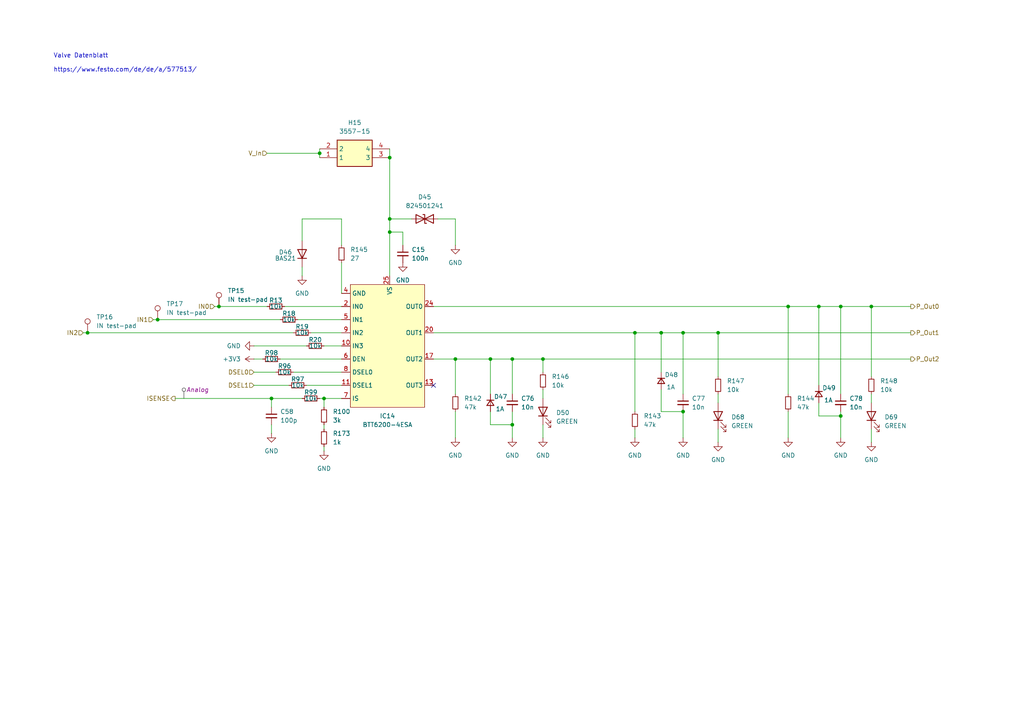
<source format=kicad_sch>
(kicad_sch (version 20250114) (generator "eeschema") (generator_version "9.0")
  (paper "A4")
  (title_block (title "PDU FT25") (date "2025-01-15") (rev "V1.2") (company "Janek Herm") (comment 1 "FaSTTUBe Electronics"))
  (lib_symbols
    (symbol "3557-15:3557-15"
      (property "Reference" "H" (at 16.51 7.62 0))
      (property "Value" "3557-15" (at 16.51 5.08 0))
      (symbol "3557-15_1_1"
        (rectangle (start 5.08 2.54) (end 15.24 -5.08) (stroke (width 0.254)) (fill (type background)))
        (pin passive line (at 0 0 0) (length 5.08) (name "2") (number "2"))
        (pin passive line (at 0 -2.54 0) (length 5.08) (name "1") (number "1"))
        (pin passive line (at 20.32 0 180) (length 5.08) (name "4") (number "4"))
        (pin passive line (at 20.32 -2.54 180) (length 5.08) (name "3") (number "3"))
      )
    )
    (symbol "Connector:TestPoint" (pin_numbers (hide yes)) (pin_names (offset 0.762) (hide yes))
      (property "Reference" "TP" (at 0 6.858 0))
      (property "Value" "TestPoint" (at 0 5.08 0))
      (symbol "TestPoint_0_1"
        (circle (center 0 3.302) (radius 0.762))
      )
      (symbol "TestPoint_1_1"
        (pin passive line (at 0 0 90) (length 2.54) (name "1") (number "1"))
      )
    )
    (symbol "Device:C_Small" (pin_numbers (hide yes)) (pin_names (offset 0.254) (hide yes))
      (property "Reference" "C" (at 0.254 1.778 0))
      (property "Value" "C_Small" (at 0.254 -2.032 0))
      (symbol "C_Small_0_1"
        (polyline (pts (xy -1.524 0.508) (xy 1.524 0.508)) (stroke (width 0.3048)))
        (polyline (pts (xy -1.524 -0.508) (xy 1.524 -0.508)) (stroke (width 0.3302)))
      )
      (symbol "C_Small_1_1"
        (pin passive line (at 0 2.54 270) (length 2.032) (name "~") (number "1"))
        (pin passive line (at 0 -2.54 90) (length 2.032) (name "~") (number "2"))
      )
    )
    (symbol "Device:D_Small" (pin_numbers (hide yes)) (pin_names (offset 0.254) (hide yes))
      (property "Reference" "D" (at -1.27 2.032 0))
      (property "Value" "D_Small" (at -3.81 -2.032 0))
      (symbol "D_Small_0_1"
        (polyline (pts (xy -0.762 0) (xy 0.762 0)))
        (polyline (pts (xy -0.762 -1.016) (xy -0.762 1.016)) (stroke (width 0.254)))
        (polyline (pts (xy 0.762 -1.016) (xy -0.762 0) (xy 0.762 1.016) (xy 0.762 -1.016)) (stroke (width 0.254)))
      )
      (symbol "D_Small_1_1"
        (pin passive line (at -2.54 0 0) (length 1.778) (name "K") (number "1"))
        (pin passive line (at 2.54 0 180) (length 1.778) (name "A") (number "2"))
      )
    )
    (symbol "Device:D_TVS" (pin_numbers (hide yes)) (pin_names (offset 1.016) (hide yes))
      (property "Reference" "D" (at 0 2.54 0))
      (property "Value" "D_TVS" (at 0 -2.54 0))
      (symbol "D_TVS_0_1"
        (polyline (pts (xy -2.54 1.27) (xy -2.54 -1.27) (xy 2.54 1.27) (xy 2.54 -1.27) (xy -2.54 1.27)) (stroke (width 0.254)))
        (polyline (pts (xy 0.508 1.27) (xy 0 1.27) (xy 0 -1.27) (xy -0.508 -1.27)) (stroke (width 0.254)))
        (polyline (pts (xy 1.27 0) (xy -1.27 0)))
      )
      (symbol "D_TVS_1_1"
        (pin passive line (at -3.81 0 0) (length 2.54) (name "A1") (number "1"))
        (pin passive line (at 3.81 0 180) (length 2.54) (name "A2") (number "2"))
      )
    )
    (symbol "Device:LED" (pin_numbers (hide yes)) (pin_names (offset 1.016) (hide yes))
      (property "Reference" "D" (at 0 2.54 0))
      (property "Value" "LED" (at 0 -2.54 0))
      (symbol "LED_0_1"
        (polyline (pts (xy -3.048 -0.762) (xy -4.572 -2.286) (xy -3.81 -2.286) (xy -4.572 -2.286) (xy -4.572 -1.524)))
        (polyline (pts (xy -1.778 -0.762) (xy -3.302 -2.286) (xy -2.54 -2.286) (xy -3.302 -2.286) (xy -3.302 -1.524)))
        (polyline (pts (xy -1.27 0) (xy 1.27 0)))
        (polyline (pts (xy -1.27 -1.27) (xy -1.27 1.27)) (stroke (width 0.254)))
        (polyline (pts (xy 1.27 -1.27) (xy 1.27 1.27) (xy -1.27 0) (xy 1.27 -1.27)) (stroke (width 0.254)))
      )
      (symbol "LED_1_1"
        (pin passive line (at -3.81 0 0) (length 2.54) (name "K") (number "1"))
        (pin passive line (at 3.81 0 180) (length 2.54) (name "A") (number "2"))
      )
    )
    (symbol "Device:R_Small" (pin_numbers (hide yes)) (pin_names (offset 0.254) (hide yes))
      (property "Reference" "R" (at 0.762 0.508 0))
      (property "Value" "R_Small" (at 0.762 -1.016 0))
      (symbol "R_Small_0_1"
        (rectangle (start -0.762 1.778) (end 0.762 -1.778) (stroke (width 0.2032)))
      )
      (symbol "R_Small_1_1"
        (pin passive line (at 0 2.54 270) (length 0.762) (name "~") (number "1"))
        (pin passive line (at 0 -2.54 90) (length 0.762) (name "~") (number "2"))
      )
    )
    (symbol "Diode:BAS21" (pin_numbers (hide yes)) (pin_names (hide yes))
      (property "Reference" "D" (at 0 2.54 0))
      (property "Value" "BAS21" (at 0 -2.54 0))
      (symbol "BAS21_0_1"
        (polyline (pts (xy -1.27 1.27) (xy -1.27 -1.27)) (stroke (width 0.254)))
        (polyline (pts (xy 1.27 1.27) (xy 1.27 -1.27) (xy -1.27 0) (xy 1.27 1.27)) (stroke (width 0.254)))
        (polyline (pts (xy 1.27 0) (xy -1.27 0)))
      )
      (symbol "BAS21_1_1"
        (pin passive line (at -3.81 0 0) (length 2.54) (name "K") (number "3"))
        (pin no_connect line (at -1.27 0 0) (length 2.54) (hide yes) (name "NC") (number "2"))
        (pin passive line (at 3.81 0 180) (length 2.54) (name "A") (number "1"))
      )
    )
    (symbol "FaSTTUBe_Power-Switches:BTT6200-4ESA"
      (property "Reference" "IC" (at 0 -41.91 0))
      (property "Value" "BTT6200-4ESA" (at 0 -43.942 0))
      (symbol "BTT6200-4ESA_1_1"
        (rectangle (start -11.43 -5.08) (end 10.16 -40.64) (fill (type background)))
        (pin passive line (at -13.97 -7.62 0) (length 2.54) (name "GND") (number "4"))
        (pin input line (at -13.97 -11.43 0) (length 2.54) (name "IN0") (number "2"))
        (pin input line (at -13.97 -15.24 0) (length 2.54) (name "IN1") (number "5"))
        (pin input line (at -13.97 -19.05 0) (length 2.54) (name "IN2") (number "9"))
        (pin input line (at -13.97 -22.86 0) (length 2.54) (name "IN3") (number "10"))
        (pin input line (at -13.97 -26.67 0) (length 2.54) (name "DEN") (number "6"))
        (pin input line (at -13.97 -30.48 0) (length 2.54) (name "DSEL0") (number "8"))
        (pin input line (at -13.97 -34.29 0) (length 2.54) (name "DSEL1") (number "11"))
        (pin input line (at -13.97 -38.1 0) (length 2.54) (name "IS") (number "7"))
        (pin passive line (at 0 -2.54 270) (length 2.54) (name "VS") (number "25"))
        (pin no_connect line (at 12.7 -5.08 180) (length 2.54) (hide yes) (name "NC") (number "1"))
        (pin no_connect line (at 12.7 -6.35 180) (length 2.54) (hide yes) (name "NC") (number "12"))
        (pin output line (at 12.7 -11.43 180) (length 2.54) (name "OUT0") (number "24"))
        (pin no_connect line (at 12.7 -13.97 180) (length 2.54) (hide yes) (name "NC") (number "23"))
        (pin no_connect line (at 12.7 -15.24 180) (length 2.54) (hide yes) (name "NC") (number "22"))
        (pin no_connect line (at 12.7 -16.51 180) (length 2.54) (hide yes) (name "NC") (number "21"))
        (pin output line (at 12.7 -19.05 180) (length 2.54) (name "OUT1") (number "20"))
        (pin no_connect line (at 12.7 -22.86 180) (length 2.54) (hide yes) (name "NC") (number "19"))
        (pin no_connect line (at 12.7 -24.13 180) (length 2.54) (hide yes) (name "NC") (number "18"))
        (pin output line (at 12.7 -26.67 180) (length 2.54) (name "OUT2") (number "17"))
        (pin no_connect line (at 12.7 -29.21 180) (length 2.54) (hide yes) (name "NC") (number "16"))
        (pin no_connect line (at 12.7 -30.48 180) (length 2.54) (hide yes) (name "NC") (number "15"))
        (pin no_connect line (at 12.7 -31.75 180) (length 2.54) (hide yes) (name "NC") (number "14"))
        (pin output line (at 12.7 -34.29 180) (length 2.54) (name "OUT3") (number "13"))
        (pin no_connect line (at 12.7 -38.1 180) (length 2.54) (hide yes) (name "NC") (number "3"))
      )
    )
    (symbol "power:+3V3" (power) (pin_numbers (hide yes)) (pin_names (offset 0) (hide yes))
      (property "Value" "+3V3" (at 0 3.556 0))
      (symbol "+3V3_0_1"
        (polyline (pts (xy -0.762 1.27) (xy 0 2.54)))
        (polyline (pts (xy 0 2.54) (xy 0.762 1.27)))
        (polyline (pts (xy 0 0) (xy 0 2.54)))
      )
      (symbol "+3V3_1_1"
        (pin power_in line (at 0 0 90) (length 0) (name "~") (number "1"))
      )
    )
    (symbol "power:GND" (power) (pin_numbers (hide yes)) (pin_names (offset 0) (hide yes))
      (property "Value" "GND" (at 0 -3.81 0))
      (symbol "GND_0_1"
        (polyline (pts (xy 0 0) (xy 0 -1.27) (xy 1.27 -1.27) (xy 0 -2.54) (xy -1.27 -1.27) (xy 0 -1.27)))
      )
      (symbol "GND_1_1"
        (pin power_in line (at 0 0 270) (length 0) (name "~") (number "1"))
      )
    )
  )
  (text "Valve Datenblatt\n\nhttps://www.festo.com/de/de/a/577513/" (at 15.494 18.288 0) (effects (font (size 1.27 1.27)) (justify left)))
  (junction (at 93.98 115.57))
  (junction (at 243.84 88.9))
  (junction (at 208.28 96.52))
  (junction (at 237.49 88.9))
  (junction (at 198.12 119.38))
  (junction (at 113.03 45.72))
  (junction (at 45.72 92.71))
  (junction (at 252.73 88.9))
  (junction (at 157.48 104.14))
  (junction (at 184.15 96.52))
  (junction (at 142.24 104.14))
  (junction (at 148.59 104.14))
  (junction (at 148.59 123.19))
  (junction (at 113.03 63.5))
  (junction (at 78.74 115.57))
  (junction (at 191.77 96.52))
  (junction (at 63.5 88.9))
  (junction (at 132.08 104.14))
  (junction (at 198.12 96.52))
  (junction (at 243.84 120.65))
  (junction (at 25.4 96.52))
  (junction (at 228.6 88.9))
  (junction (at 113.03 67.31))
  (junction (at 92.71 44.45))
  (no_connect (at 125.73 111.76))
  (wire (pts (xy 116.84 71.12) (xy 116.84 67.31)))
  (wire (pts (xy 228.6 119.38) (xy 228.6 127)))
  (wire (pts (xy 252.73 124.46) (xy 252.73 128.27)))
  (wire (pts (xy 86.36 92.71) (xy 99.06 92.71)))
  (wire (pts (xy 87.63 77.47) (xy 87.63 80.01)))
  (wire (pts (xy 50.8 115.57) (xy 78.74 115.57)))
  (wire (pts (xy 184.15 124.46) (xy 184.15 127)))
  (wire (pts (xy 243.84 88.9) (xy 243.84 114.3)))
  (wire (pts (xy 252.73 88.9) (xy 252.73 109.22)))
  (wire (pts (xy 208.28 124.46) (xy 208.28 128.27)))
  (wire (pts (xy 148.59 119.38) (xy 148.59 123.19)))
  (wire (pts (xy 73.66 107.95) (xy 80.01 107.95)))
  (wire (pts (xy 191.77 113.03) (xy 191.77 119.38)))
  (wire (pts (xy 93.98 115.57) (xy 99.06 115.57)))
  (wire (pts (xy 142.24 104.14) (xy 148.59 104.14)))
  (wire (pts (xy 184.15 96.52) (xy 184.15 119.38)))
  (wire (pts (xy 237.49 120.65) (xy 243.84 120.65)))
  (wire (pts (xy 99.06 85.09) (xy 99.06 76.2)))
  (wire (pts (xy 148.59 104.14) (xy 157.48 104.14)))
  (wire (pts (xy 99.06 63.5) (xy 87.63 63.5)))
  (wire (pts (xy 73.66 111.76) (xy 83.82 111.76)))
  (wire (pts (xy 62.23 88.9) (xy 63.5 88.9)))
  (wire (pts (xy 157.48 104.14) (xy 157.48 107.95)))
  (wire (pts (xy 157.48 113.03) (xy 157.48 115.57)))
  (wire (pts (xy 243.84 88.9) (xy 252.73 88.9)))
  (wire (pts (xy 87.63 63.5) (xy 87.63 69.85)))
  (wire (pts (xy 243.84 120.65) (xy 243.84 127)))
  (wire (pts (xy 113.03 67.31) (xy 113.03 80.01)))
  (wire (pts (xy 125.73 96.52) (xy 184.15 96.52)))
  (wire (pts (xy 113.03 45.72) (xy 113.03 63.5)))
  (wire (pts (xy 113.03 63.5) (xy 119.38 63.5)))
  (wire (pts (xy 148.59 123.19) (xy 148.59 127)))
  (wire (pts (xy 198.12 96.52) (xy 208.28 96.52)))
  (wire (pts (xy 132.08 71.12) (xy 132.08 63.5)))
  (wire (pts (xy 77.47 44.45) (xy 92.71 44.45)))
  (wire (pts (xy 132.08 119.38) (xy 132.08 127)))
  (wire (pts (xy 93.98 100.33) (xy 99.06 100.33)))
  (wire (pts (xy 191.77 96.52) (xy 184.15 96.52)))
  (wire (pts (xy 45.72 92.71) (xy 81.28 92.71)))
  (wire (pts (xy 113.03 63.5) (xy 113.03 67.31)))
  (wire (pts (xy 81.28 104.14) (xy 99.06 104.14)))
  (wire (pts (xy 73.66 100.33) (xy 88.9 100.33)))
  (wire (pts (xy 237.49 88.9) (xy 237.49 111.76)))
  (wire (pts (xy 78.74 123.19) (xy 78.74 125.73)))
  (wire (pts (xy 208.28 96.52) (xy 264.16 96.52)))
  (wire (pts (xy 208.28 114.3) (xy 208.28 116.84)))
  (wire (pts (xy 92.71 43.18) (xy 92.71 44.45)))
  (wire (pts (xy 198.12 96.52) (xy 198.12 114.3)))
  (wire (pts (xy 191.77 119.38) (xy 198.12 119.38)))
  (wire (pts (xy 63.5 88.9) (xy 77.47 88.9)))
  (wire (pts (xy 93.98 129.54) (xy 93.98 130.81)))
  (wire (pts (xy 157.48 104.14) (xy 264.16 104.14)))
  (wire (pts (xy 252.73 88.9) (xy 264.16 88.9)))
  (wire (pts (xy 125.73 88.9) (xy 228.6 88.9)))
  (wire (pts (xy 142.24 104.14) (xy 142.24 114.3)))
  (wire (pts (xy 191.77 96.52) (xy 191.77 107.95)))
  (wire (pts (xy 157.48 123.19) (xy 157.48 127)))
  (wire (pts (xy 116.84 67.31) (xy 113.03 67.31)))
  (wire (pts (xy 228.6 88.9) (xy 237.49 88.9)))
  (wire (pts (xy 78.74 115.57) (xy 87.63 115.57)))
  (wire (pts (xy 44.45 92.71) (xy 45.72 92.71)))
  (wire (pts (xy 142.24 123.19) (xy 148.59 123.19)))
  (wire (pts (xy 92.71 115.57) (xy 93.98 115.57)))
  (wire (pts (xy 208.28 96.52) (xy 208.28 109.22)))
  (wire (pts (xy 125.73 104.14) (xy 132.08 104.14)))
  (wire (pts (xy 113.03 43.18) (xy 113.03 45.72)))
  (wire (pts (xy 198.12 119.38) (xy 198.12 127)))
  (wire (pts (xy 252.73 114.3) (xy 252.73 116.84)))
  (wire (pts (xy 99.06 71.12) (xy 99.06 63.5)))
  (wire (pts (xy 85.09 107.95) (xy 99.06 107.95)))
  (wire (pts (xy 148.59 104.14) (xy 148.59 114.3)))
  (wire (pts (xy 228.6 88.9) (xy 228.6 114.3)))
  (wire (pts (xy 82.55 88.9) (xy 99.06 88.9)))
  (wire (pts (xy 93.98 115.57) (xy 93.98 118.11)))
  (wire (pts (xy 93.98 123.19) (xy 93.98 124.46)))
  (wire (pts (xy 92.71 44.45) (xy 92.71 45.72)))
  (wire (pts (xy 237.49 116.84) (xy 237.49 120.65)))
  (wire (pts (xy 73.66 104.14) (xy 76.2 104.14)))
  (wire (pts (xy 90.17 96.52) (xy 99.06 96.52)))
  (wire (pts (xy 88.9 111.76) (xy 99.06 111.76)))
  (wire (pts (xy 25.4 96.52) (xy 85.09 96.52)))
  (wire (pts (xy 243.84 119.38) (xy 243.84 120.65)))
  (wire (pts (xy 142.24 119.38) (xy 142.24 123.19)))
  (wire (pts (xy 132.08 104.14) (xy 142.24 104.14)))
  (wire (pts (xy 132.08 63.5) (xy 127 63.5)))
  (wire (pts (xy 191.77 96.52) (xy 198.12 96.52)))
  (wire (pts (xy 132.08 104.14) (xy 132.08 114.3)))
  (wire (pts (xy 24.13 96.52) (xy 25.4 96.52)))
  (wire (pts (xy 237.49 88.9) (xy 243.84 88.9)))
  (wire (pts (xy 78.74 115.57) (xy 78.74 118.11)))
  (hierarchical_label "ISENSE" (shape output) (at 50.8 115.57 180))
  (hierarchical_label "P_Out2" (shape output) (at 264.16 104.14 0))
  (hierarchical_label "DSEL1" (shape input) (at 73.66 111.76 180))
  (hierarchical_label "IN0" (shape input) (at 62.23 88.9 180))
  (hierarchical_label "DSEL0" (shape input) (at 73.66 107.95 180))
  (hierarchical_label "IN1" (shape input) (at 44.45 92.71 180))
  (hierarchical_label "P_Out1" (shape output) (at 264.16 96.52 0))
  (hierarchical_label "P_Out0" (shape output) (at 264.16 88.9 0))
  (hierarchical_label "IN2" (shape input) (at 24.13 96.52 180))
  (hierarchical_label "V_In" (shape input) (at 77.47 44.45 180))
  (netclass_flag "" (length 2.54) (shape round) (at 53.34 115.57 0) (property "Netclass" "Analog" (at 54.0385 113.03 0) (effects (font (italic yes)) (justify left))))
  (symbol (lib_id "power:GND") (at 116.84 76.2 0) (unit 1)
    (property "Reference" "#PWR023" (effects (hide yes)))
    (property "Value" "GND" (at 116.84 81.28 0))
    (property "Description" "Power symbol creates a global label with name \"GND\" , ground" (effects (hide yes)))
  )
  (symbol (lib_id "Diode:BAS21") (at 87.63 73.66 90) (unit 1)
    (property "Reference" "D46" (at 82.804 73.152 90))
    (property "Value" "BAS21" (at 82.804 74.93 90))
    (property "Footprint" "Package_TO_SOT_SMD:SOT-23" (effects (hide yes)))
    (property "Datasheet" "https://www.diodes.com/assets/Datasheets/Ds12004.pdf" (effects (hide yes)))
    (property "Description" "250V, 0.4A, High-speed Switching Diode, SOT-23" (effects (hide yes)))
  )
  (symbol (lib_id "Device:C_Small") (at 78.74 120.65 0) (unit 1)
    (property "Reference" "C58" (at 81.28 119.3862 0) (effects (justify left)))
    (property "Value" "100p" (at 81.28 121.9262 0) (effects (justify left)))
    (property "Footprint" "Capacitor_SMD:C_0603_1608Metric" (effects (hide yes)))
    (property "Description" "Unpolarized capacitor, small symbol" (effects (hide yes)))
  )
  (symbol (lib_id "power:GND") (at 73.66 100.33 270) (unit 1)
    (property "Reference" "#PWR033" (effects (hide yes)))
    (property "Value" "GND" (at 69.85 100.3299 90) (effects (justify right)))
    (property "Description" "Power symbol creates a global label with name \"GND\" , ground" (effects (hide yes)))
  )
  (symbol (lib_id "power:GND") (at 184.15 127 0) (unit 1)
    (property "Reference" "#PWR042" (effects (hide yes)))
    (property "Value" "GND" (at 184.15 132.08 0))
    (property "Description" "Power symbol creates a global label with name \"GND\" , ground" (effects (hide yes)))
  )
  (symbol (lib_id "Connector:TestPoint") (at 63.5 88.9 0) (unit 1)
    (property "Reference" "TP15" (at 66.04 84.3279 0) (effects (justify left)))
    (property "Value" "IN test-pad" (at 66.04 86.8679 0) (effects (justify left)))
    (property "Footprint" "5025:5025" (effects (hide yes)))
    (property "Description" "test point" (effects (hide yes)))
  )
  (symbol (lib_id "power:GND") (at 252.73 128.27 0) (unit 1)
    (property "Reference" "#PWR0200" (effects (hide yes)))
    (property "Value" "GND" (at 252.73 133.35 0))
    (property "Description" "Power symbol creates a global label with name \"GND\" , ground" (effects (hide yes)))
  )
  (symbol (lib_id "Device:R_Small") (at 91.44 100.33 90) (unit 1)
    (property "Reference" "R20" (at 91.44 98.552 90))
    (property "Value" "10k" (at 91.44 100.33 90))
    (property "Footprint" "Resistor_SMD:R_0603_1608Metric" (effects (hide yes)))
    (property "Description" "Resistor, small symbol" (effects (hide yes)))
  )
  (symbol (lib_id "Device:R_Small") (at 83.82 92.71 90) (unit 1)
    (property "Reference" "R18" (at 83.82 90.932 90))
    (property "Value" "10k" (at 83.82 92.71 90))
    (property "Footprint" "Resistor_SMD:R_0603_1608Metric" (effects (hide yes)))
    (property "Description" "Resistor, small symbol" (effects (hide yes)))
  )
  (symbol (lib_id "FaSTTUBe_Power-Switches:BTT6200-4ESA") (at 113.03 77.47 0) (unit 1)
    (property "Reference" "IC14" (at 112.395 120.65 0))
    (property "Value" "BTT6200-4ESA" (at 112.395 123.19 0))
    (property "Footprint" "BTT6200-4ESA:SOP65P600X115-25N" (effects (hide yes)))
    (property "Datasheet" "https://www.infineon.com/dgdl/Infineon-BTT6200-4ESA-DS-v01_00-EN.pdf?fileId=5546d46269e1c019016a22035b660d8d" (effects (hide yes)))
  )
  (symbol (lib_id "Device:R_Small") (at 78.74 104.14 90) (unit 1)
    (property "Reference" "R98" (at 78.74 102.362 90))
    (property "Value" "10k" (at 78.74 104.14 90))
    (property "Footprint" "Resistor_SMD:R_0603_1608Metric" (effects (hide yes)))
    (property "Description" "Resistor, small symbol" (effects (hide yes)))
  )
  (symbol (lib_id "Device:C_Small") (at 198.12 116.84 0) (unit 1)
    (property "Reference" "C77" (at 200.66 115.5762 0) (effects (justify left)))
    (property "Value" "10n" (at 200.66 118.1162 0) (effects (justify left)))
    (property "Footprint" "Capacitor_SMD:C_0603_1608Metric" (effects (hide yes)))
    (property "Description" "Unpolarized capacitor, small symbol" (effects (hide yes)))
  )
  (symbol (lib_id "Device:R_Small") (at 184.15 121.92 0) (unit 1)
    (property "Reference" "R143" (at 186.69 120.6499 0) (effects (justify left)))
    (property "Value" "47k" (at 186.69 123.1899 0) (effects (justify left)))
    (property "Footprint" "Resistor_SMD:R_0603_1608Metric" (effects (hide yes)))
    (property "Description" "Resistor, small symbol" (effects (hide yes)))
  )
  (symbol (lib_id "power:GND") (at 148.59 127 0) (unit 1)
    (property "Reference" "#PWR041" (effects (hide yes)))
    (property "Value" "GND" (at 148.59 132.08 0))
    (property "Description" "Power symbol creates a global label with name \"GND\" , ground" (effects (hide yes)))
  )
  (symbol (lib_id "Device:C_Small") (at 148.59 116.84 0) (unit 1)
    (property "Reference" "C76" (at 151.13 115.5762 0) (effects (justify left)))
    (property "Value" "10n" (at 151.13 118.1162 0) (effects (justify left)))
    (property "Footprint" "Capacitor_SMD:C_0603_1608Metric" (effects (hide yes)))
    (property "Description" "Unpolarized capacitor, small symbol" (effects (hide yes)))
  )
  (symbol (lib_id "power:GND") (at 243.84 127 0) (unit 1)
    (property "Reference" "#PWR0152" (effects (hide yes)))
    (property "Value" "GND" (at 243.84 132.08 0))
    (property "Description" "Power symbol creates a global label with name \"GND\" , ground" (effects (hide yes)))
  )
  (symbol (lib_id "Device:R_Small") (at 208.28 111.76 0) (unit 1)
    (property "Reference" "R147" (at 210.82 110.4899 0) (effects (justify left)))
    (property "Value" "10k" (at 210.82 113.0299 0) (effects (justify left)))
    (property "Footprint" "Resistor_SMD:R_0603_1608Metric" (effects (hide yes)))
    (property "Description" "Resistor, small symbol" (effects (hide yes)))
  )
  (symbol (lib_id "Device:C_Small") (at 243.84 116.84 0) (unit 1)
    (property "Reference" "C78" (at 246.38 115.5762 0) (effects (justify left)))
    (property "Value" "10n" (at 246.38 118.1162 0) (effects (justify left)))
    (property "Footprint" "Capacitor_SMD:C_0603_1608Metric" (effects (hide yes)))
    (property "Description" "Unpolarized capacitor, small symbol" (effects (hide yes)))
  )
  (symbol (lib_id "Device:R_Small") (at 132.08 116.84 0) (unit 1)
    (property "Reference" "R142" (at 134.62 115.5699 0) (effects (justify left)))
    (property "Value" "47k" (at 134.62 118.1099 0) (effects (justify left)))
    (property "Footprint" "Resistor_SMD:R_0603_1608Metric" (effects (hide yes)))
    (property "Description" "Resistor, small symbol" (effects (hide yes)))
  )
  (symbol (lib_id "power:+3V3") (at 73.66 104.14 90) (unit 1)
    (property "Reference" "#PWR026" (effects (hide yes)))
    (property "Value" "+3V3" (at 69.85 104.1399 90) (effects (justify left)))
    (property "Description" "Power symbol creates a global label with name \"+3V3\"" (effects (hide yes)))
  )
  (symbol (lib_id "Device:D_Small") (at 237.49 114.3 270) (unit 1)
    (property "Reference" "D49" (at 238.506 112.5219 90) (effects (justify left)))
    (property "Value" "1A" (at 239.014 116.0779 90) (effects (justify left)))
    (property "Footprint" "Diode_SMD:D_SOD-123F" (effects (hide yes)))
    (property "Datasheet" "https://www.mouser.de/datasheet/2/389/stpst1h100-3107187.pdf" (effects (hide yes)))
    (property "Description" "Diode, small symbol" (effects (hide yes)))
    (property "Sim.Device" "D" (effects (hide yes)))
    (property "Sim.Pins" "1=K 2=A" (effects (hide yes)))
  )
  (symbol (lib_id "Device:D_Small") (at 191.77 110.49 270) (unit 1)
    (property "Reference" "D48" (at 192.786 108.7119 90) (effects (justify left)))
    (property "Value" "1A" (at 193.294 112.2679 90) (effects (justify left)))
    (property "Footprint" "Diode_SMD:D_SOD-123F" (effects (hide yes)))
    (property "Datasheet" "https://www.mouser.de/datasheet/2/389/stpst1h100-3107187.pdf" (effects (hide yes)))
    (property "Description" "Diode, small symbol" (effects (hide yes)))
    (property "Sim.Device" "D" (effects (hide yes)))
    (property "Sim.Pins" "1=K 2=A" (effects (hide yes)))
  )
  (symbol (lib_id "power:GND") (at 157.48 127 0) (unit 1)
    (property "Reference" "#PWR0198" (effects (hide yes)))
    (property "Value" "GND" (at 157.48 132.08 0))
    (property "Description" "Power symbol creates a global label with name \"GND\" , ground" (effects (hide yes)))
  )
  (symbol (lib_id "Device:R_Small") (at 228.6 116.84 0) (unit 1)
    (property "Reference" "R144" (at 231.14 115.5699 0) (effects (justify left)))
    (property "Value" "47k" (at 231.14 118.1099 0) (effects (justify left)))
    (property "Footprint" "Resistor_SMD:R_0603_1608Metric" (effects (hide yes)))
    (property "Description" "Resistor, small symbol" (effects (hide yes)))
  )
  (symbol (lib_id "Device:LED") (at 252.73 120.65 90) (unit 1)
    (property "Reference" "D69" (at 256.54 120.9674 90) (effects (justify right)))
    (property "Value" "GREEN" (at 256.54 123.5074 90) (effects (justify right)))
    (property "Footprint" "LED_SMD:LED_0603_1608Metric" (effects (hide yes)))
    (property "Datasheet" "https://www.we-online.com/components/products/datasheet/150060VS75000.pdf" (effects (hide yes)))
    (property "Description" "Light emitting diode" (effects (hide yes)))
    (property "MPR" "150060VS75000" (effects (hide yes)))
  )
  (symbol (lib_id "Device:R_Small") (at 93.98 120.65 180) (unit 1)
    (property "Reference" "R100" (at 96.52 119.3799 0) (effects (justify right)))
    (property "Value" "3k" (at 96.52 121.9199 0) (effects (justify right)))
    (property "Footprint" "Resistor_SMD:R_0603_1608Metric" (effects (hide yes)))
    (property "Description" "Resistor, small symbol" (effects (hide yes)))
  )
  (symbol (lib_id "Device:R_Small") (at 90.17 115.57 90) (unit 1)
    (property "Reference" "R99" (at 90.17 113.792 90))
    (property "Value" "10k" (at 90.17 115.57 90))
    (property "Footprint" "Resistor_SMD:R_0603_1608Metric" (effects (hide yes)))
    (property "Description" "Resistor, small symbol" (effects (hide yes)))
  )
  (symbol (lib_id "Device:R_Small") (at 252.73 111.76 0) (unit 1)
    (property "Reference" "R148" (at 255.27 110.4899 0) (effects (justify left)))
    (property "Value" "10k" (at 255.27 113.0299 0) (effects (justify left)))
    (property "Footprint" "Resistor_SMD:R_0603_1608Metric" (effects (hide yes)))
    (property "Description" "Resistor, small symbol" (effects (hide yes)))
  )
  (symbol (lib_id "Device:LED") (at 157.48 119.38 90) (unit 1)
    (property "Reference" "D50" (at 161.29 119.6974 90) (effects (justify right)))
    (property "Value" "GREEN" (at 161.29 122.2374 90) (effects (justify right)))
    (property "Footprint" "LED_SMD:LED_0603_1608Metric" (effects (hide yes)))
    (property "Datasheet" "https://www.we-online.com/components/products/datasheet/150060VS75000.pdf" (effects (hide yes)))
    (property "Description" "Light emitting diode" (effects (hide yes)))
    (property "MPR" "150060VS75000" (effects (hide yes)))
  )
  (symbol (lib_id "power:GND") (at 208.28 128.27 0) (unit 1)
    (property "Reference" "#PWR0199" (effects (hide yes)))
    (property "Value" "GND" (at 208.28 133.35 0))
    (property "Description" "Power symbol creates a global label with name \"GND\" , ground" (effects (hide yes)))
  )
  (symbol (lib_id "Device:R_Small") (at 82.55 107.95 90) (unit 1)
    (property "Reference" "R96" (at 82.55 106.172 90))
    (property "Value" "10k" (at 82.55 107.95 90))
    (property "Footprint" "Resistor_SMD:R_0603_1608Metric" (effects (hide yes)))
    (property "Description" "Resistor, small symbol" (effects (hide yes)))
  )
  (symbol (lib_id "Connector:TestPoint") (at 45.72 92.71 0) (unit 1)
    (property "Reference" "TP17" (at 48.26 88.1379 0) (effects (justify left)))
    (property "Value" "IN test-pad" (at 48.26 90.6779 0) (effects (justify left)))
    (property "Footprint" "5025:5025" (effects (hide yes)))
    (property "Description" "test point" (effects (hide yes)))
  )
  (symbol (lib_id "power:GND") (at 78.74 125.73 0) (unit 1)
    (property "Reference" "#PWR032" (effects (hide yes)))
    (property "Value" "GND" (at 78.74 130.81 0))
    (property "Description" "Power symbol creates a global label with name \"GND\" , ground" (effects (hide yes)))
  )
  (symbol (lib_id "Device:R_Small") (at 99.06 73.66 0) (unit 1)
    (property "Reference" "R145" (at 101.6 72.3899 0) (effects (justify left)))
    (property "Value" "27" (at 101.6 74.9299 0) (effects (justify left)))
    (property "Footprint" "Resistor_SMD:R_0603_1608Metric" (effects (hide yes)))
    (property "Description" "Resistor, small symbol" (effects (hide yes)))
  )
  (symbol (lib_id "Connector:TestPoint") (at 25.4 96.52 0) (unit 1)
    (property "Reference" "TP16" (at 27.94 91.9479 0) (effects (justify left)))
    (property "Value" "IN test-pad" (at 27.94 94.4879 0) (effects (justify left)))
    (property "Footprint" "5025:5025" (effects (hide yes)))
    (property "Description" "test point" (effects (hide yes)))
  )
  (symbol (lib_id "Device:R_Small") (at 157.48 110.49 0) (unit 1)
    (property "Reference" "R146" (at 160.02 109.2199 0) (effects (justify left)))
    (property "Value" "10k" (at 160.02 111.7599 0) (effects (justify left)))
    (property "Footprint" "Resistor_SMD:R_0603_1608Metric" (effects (hide yes)))
    (property "Description" "Resistor, small symbol" (effects (hide yes)))
  )
  (symbol (lib_id "Device:R_Small") (at 86.36 111.76 90) (unit 1)
    (property "Reference" "R97" (at 86.36 109.982 90))
    (property "Value" "10k" (at 86.36 111.76 90))
    (property "Footprint" "Resistor_SMD:R_0603_1608Metric" (effects (hide yes)))
    (property "Description" "Resistor, small symbol" (effects (hide yes)))
  )
  (symbol (lib_id "power:GND") (at 132.08 71.12 0) (unit 1)
    (property "Reference" "#PWR025" (effects (hide yes)))
    (property "Value" "GND" (at 132.08 76.2 0))
    (property "Description" "Power symbol creates a global label with name \"GND\" , ground" (effects (hide yes)))
  )
  (symbol (lib_id "power:GND") (at 228.6 127 0) (unit 1)
    (property "Reference" "#PWR0151" (effects (hide yes)))
    (property "Value" "GND" (at 228.6 132.08 0))
    (property "Description" "Power symbol creates a global label with name \"GND\" , ground" (effects (hide yes)))
  )
  (symbol (lib_id "Device:D_Small") (at 142.24 116.84 270) (unit 1)
    (property "Reference" "D47" (at 143.256 115.0619 90) (effects (justify left)))
    (property "Value" "1A" (at 143.764 118.6179 90) (effects (justify left)))
    (property "Footprint" "Diode_SMD:D_SOD-123F" (effects (hide yes)))
    (property "Datasheet" "https://www.mouser.de/datasheet/2/389/stpst1h100-3107187.pdf" (effects (hide yes)))
    (property "Description" "Diode, small symbol" (effects (hide yes)))
    (property "Sim.Device" "D" (effects (hide yes)))
    (property "Sim.Pins" "1=K 2=A" (effects (hide yes)))
  )
  (symbol (lib_id "power:GND") (at 93.98 130.81 0) (unit 1)
    (property "Reference" "#PWR027" (effects (hide yes)))
    (property "Value" "GND" (at 93.98 135.89 0))
    (property "Description" "Power symbol creates a global label with name \"GND\" , ground" (effects (hide yes)))
  )
  (symbol (lib_id "power:GND") (at 87.63 80.01 0) (unit 1)
    (property "Reference" "#PWR0153" (effects (hide yes)))
    (property "Value" "GND" (at 87.63 85.09 0))
    (property "Description" "Power symbol creates a global label with name \"GND\" , ground" (effects (hide yes)))
  )
  (symbol (lib_id "Device:LED") (at 208.28 120.65 90) (unit 1)
    (property "Reference" "D68" (at 212.09 120.9674 90) (effects (justify right)))
    (property "Value" "GREEN" (at 212.09 123.5074 90) (effects (justify right)))
    (property "Footprint" "LED_SMD:LED_0603_1608Metric" (effects (hide yes)))
    (property "Datasheet" "https://www.we-online.com/components/products/datasheet/150060VS75000.pdf" (effects (hide yes)))
    (property "Description" "Light emitting diode" (effects (hide yes)))
    (property "MPR" "150060VS75000" (effects (hide yes)))
  )
  (symbol (lib_id "Device:R_Small") (at 87.63 96.52 90) (unit 1)
    (property "Reference" "R19" (at 87.63 94.742 90))
    (property "Value" "10k" (at 87.63 96.52 90))
    (property "Footprint" "Resistor_SMD:R_0603_1608Metric" (effects (hide yes)))
    (property "Description" "Resistor, small symbol" (effects (hide yes)))
  )
  (symbol (lib_id "3557-15:3557-15") (at 92.71 43.18 0) (unit 1)
    (property "Reference" "H15" (at 102.87 35.56 0))
    (property "Value" "3557-15" (at 102.87 38.1 0))
    (property "Footprint" "3557-15:355715" (effects (hide yes)))
    (property "Datasheet" "https://www.keyelco.com/product-pdf.cfm?p=14225" (effects (hide yes)))
    (property "Description" "Fuse Holder T/H 2 IN 1 AUTO BLDE HOLDER, BLUE 15A" (effects (hide yes)))
    (property "Height" "7.5" (effects (hide yes)))
    (property "Mouser Part Number" "534-3557-15" (effects (hide yes)))
    (property "Mouser Price/Stock" "https://www.mouser.co.uk/ProductDetail/Keystone-Electronics/3557-15?qs=iR2ablhfrmFh8obBV91Xhg%3D%3D" (effects (hide yes)))
    (property "Manufacturer_Name" "Keystone Electronics" (effects (hide yes)))
    (property "Manufacturer_Part_Number" "3557-15" (effects (hide yes)))
  )
  (symbol (lib_id "power:GND") (at 132.08 127 0) (unit 1)
    (property "Reference" "#PWR039" (effects (hide yes)))
    (property "Value" "GND" (at 132.08 132.08 0))
    (property "Description" "Power symbol creates a global label with name \"GND\" , ground" (effects (hide yes)))
  )
  (symbol (lib_id "Device:R_Small") (at 80.01 88.9 90) (unit 1)
    (property "Reference" "R13" (at 80.01 87.122 90))
    (property "Value" "10k" (at 80.01 88.9 90))
    (property "Footprint" "Resistor_SMD:R_0603_1608Metric" (effects (hide yes)))
    (property "Description" "Resistor, small symbol" (effects (hide yes)))
  )
  (symbol (lib_id "Device:D_TVS") (at 123.19 63.5 0) (mirror y) (unit 1)
    (property "Reference" "D45" (at 123.19 57.15 0))
    (property "Value" "824501241" (at 123.19 59.69 0))
    (property "Footprint" "824501241:DIOM5127X250N" (effects (hide yes)))
    (property "Datasheet" "https://www.we-online.com/components/products/datasheet/824501241.pdf" (effects (hide yes)))
    (property "Description" "Bidirectional transient-voltage-suppression diode" (effects (hide yes)))
  )
  (symbol (lib_id "power:GND") (at 198.12 127 0) (unit 1)
    (property "Reference" "#PWR043" (effects (hide yes)))
    (property "Value" "GND" (at 198.12 132.08 0))
    (property "Description" "Power symbol creates a global label with name \"GND\" , ground" (effects (hide yes)))
  )
  (symbol (lib_id "Device:C_Small") (at 116.84 73.66 0) (unit 1)
    (property "Reference" "C15" (at 119.38 72.3962 0) (effects (justify left)))
    (property "Value" "100n" (at 119.38 74.9362 0) (effects (justify left)))
    (property "Footprint" "Capacitor_SMD:C_0603_1608Metric" (effects (hide yes)))
    (property "Description" "Unpolarized capacitor, small symbol" (effects (hide yes)))
  )
  (symbol (lib_id "Device:R_Small") (at 93.98 127 0) (unit 1)
    (property "Reference" "R173" (at 96.52 125.7299 0) (effects (justify left)))
    (property "Value" "1k" (at 96.52 128.2699 0) (effects (justify left)))
    (property "Footprint" "Resistor_SMD:R_0603_1608Metric" (effects (hide yes)))
    (property "Description" "Resistor, small symbol" (effects (hide yes)))
  )
)
</source>
